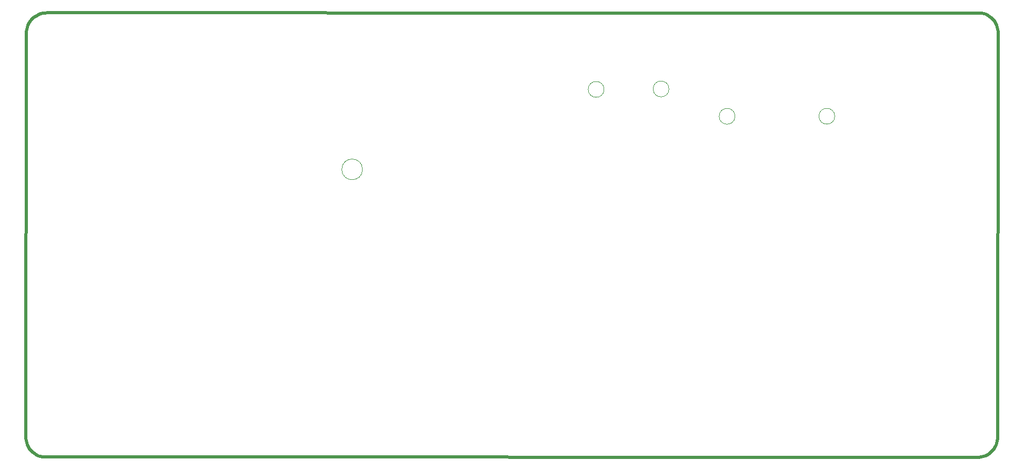
<source format=gbr>
%TF.GenerationSoftware,KiCad,Pcbnew,8.0.1*%
%TF.CreationDate,2024-04-08T11:37:36-05:00*%
%TF.ProjectId,C1,43312e6b-6963-4616-945f-706362585858,rev?*%
%TF.SameCoordinates,Original*%
%TF.FileFunction,Paste,Bot*%
%TF.FilePolarity,Positive*%
%FSLAX46Y46*%
G04 Gerber Fmt 4.6, Leading zero omitted, Abs format (unit mm)*
G04 Created by KiCad (PCBNEW 8.0.1) date 2024-04-08 11:37:36*
%MOMM*%
%LPD*%
G01*
G04 APERTURE LIST*
%TA.AperFunction,Profile*%
%ADD10C,0.100000*%
%TD*%
%TA.AperFunction,Profile*%
%ADD11C,0.500000*%
%TD*%
G04 APERTURE END LIST*
D10*
X121264362Y-84734361D02*
G75*
G02*
X117935638Y-84734361I-1664362J0D01*
G01*
X117935638Y-84734361D02*
G75*
G02*
X121264362Y-84734361I1664362J0D01*
G01*
X197253146Y-76173145D02*
G75*
G02*
X194706854Y-76173145I-1273146J0D01*
G01*
X194706854Y-76173145D02*
G75*
G02*
X197253146Y-76173145I1273146J0D01*
G01*
D11*
X161119995Y-59574831D02*
X220354932Y-59539894D01*
X220533095Y-59542393D01*
X220887181Y-59582293D01*
X221234573Y-59661586D01*
X221570903Y-59779275D01*
X221891942Y-59933881D01*
X222193652Y-60123460D01*
X222472239Y-60345626D01*
X222724200Y-60597587D01*
X222946366Y-60876174D01*
X223135945Y-61177884D01*
X223290551Y-61498923D01*
X223408240Y-61835253D01*
X223487533Y-62182645D01*
X223527433Y-62536731D01*
X223529932Y-62714894D01*
X223459995Y-127919831D01*
X223457498Y-128097995D01*
X223417602Y-128452082D01*
X223338311Y-128799476D01*
X223220624Y-129135808D01*
X223066019Y-129456848D01*
X222876441Y-129758560D01*
X222654274Y-130037148D01*
X222402312Y-130289110D01*
X222123724Y-130511277D01*
X221822012Y-130700855D01*
X221500972Y-130855460D01*
X221164640Y-130973147D01*
X220817246Y-131052438D01*
X220463159Y-131092334D01*
X220284995Y-131094831D01*
X70289995Y-131059831D01*
X70111831Y-131057334D01*
X69757744Y-131017438D01*
X69410350Y-130938147D01*
X69074018Y-130820460D01*
X68752978Y-130665855D01*
X68451266Y-130476277D01*
X68172678Y-130254110D01*
X67920716Y-130002148D01*
X67698549Y-129723560D01*
X67508971Y-129421848D01*
X67354366Y-129100808D01*
X67236679Y-128764476D01*
X67157388Y-128417082D01*
X67117492Y-128062995D01*
X67114995Y-127884831D01*
X67200059Y-62734895D01*
X67202558Y-62556732D01*
X67242458Y-62202646D01*
X67321751Y-61855254D01*
X67439440Y-61518923D01*
X67594046Y-61197885D01*
X67783624Y-60896175D01*
X68005791Y-60617588D01*
X68257752Y-60365627D01*
X68536339Y-60143460D01*
X68838049Y-59953882D01*
X69159087Y-59799276D01*
X69495418Y-59681587D01*
X69842810Y-59602294D01*
X70196896Y-59562394D01*
X70540000Y-59500000D01*
X161119995Y-59574831D01*
D10*
X181203146Y-76183145D02*
G75*
G02*
X178656854Y-76183145I-1273146J0D01*
G01*
X178656854Y-76183145D02*
G75*
G02*
X181203146Y-76183145I1273146J0D01*
G01*
X160133146Y-71853145D02*
G75*
G02*
X157586854Y-71853145I-1273146J0D01*
G01*
X157586854Y-71853145D02*
G75*
G02*
X160133146Y-71853145I1273146J0D01*
G01*
X170576291Y-71780000D02*
G75*
G02*
X168029999Y-71780000I-1273146J0D01*
G01*
X168029999Y-71780000D02*
G75*
G02*
X170576291Y-71780000I1273146J0D01*
G01*
M02*

</source>
